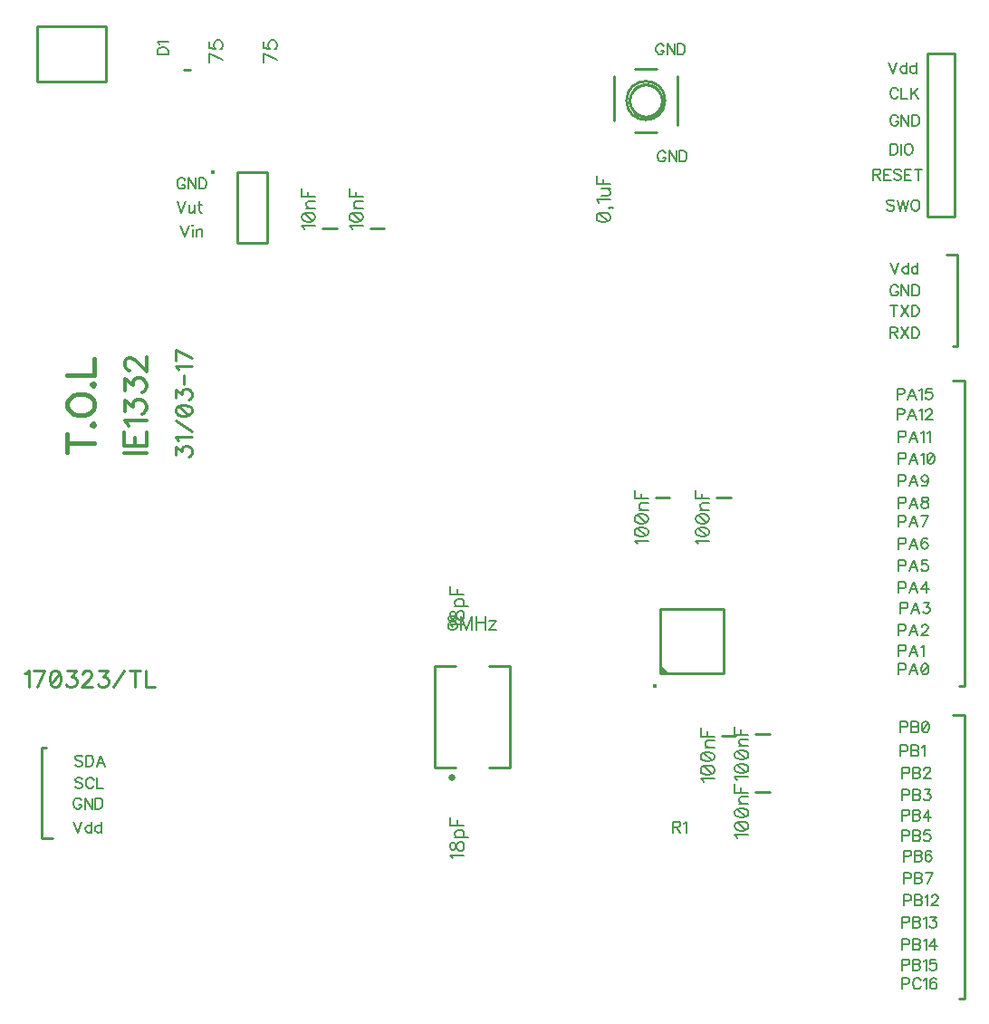
<source format=gto>
G04 DipTrace 3.0.0.2*
G04 Grupp7layout.GTO*
%MOMM*%
G04 #@! TF.FileFunction,Legend,Top*
G04 #@! TF.Part,Single*
%ADD10C,0.25*%
%ADD25O,0.399X0.401*%
%ADD28O,0.39193X0.39124*%
%ADD31O,0.63494X0.6342*%
%ADD65C,0.19608*%
%ADD66C,0.23529*%
%ADD67C,0.39216*%
%ADD68C,0.31373*%
%ADD69C,0.15686*%
%FSLAX35Y35*%
G04*
G71*
G90*
G75*
G01*
G04 TopSilk*
%LPD*%
X6983550Y5121553D2*
D10*
X7113450D1*
X3430450Y7642447D2*
X3300550D1*
X3874950D2*
X3745050D1*
X7031177Y2899053D2*
X7161077D1*
X7348673Y2914927D2*
X7478573D1*
X6412050Y5121553D2*
X6541950D1*
X7347897Y2374940D2*
X7477797D1*
X2002000Y9122500D2*
X2062000D1*
X9207505Y9270930D2*
X8953502D1*
Y7747070D1*
X9207505D1*
Y9270930D1*
X1272500Y9011000D2*
X632500D1*
Y9531000D1*
X1272500D1*
Y9011000D1*
X9299000Y3367500D2*
Y6217500D1*
X9193997D1*
X9299000Y3367500D2*
X9253992D1*
X9299000Y446500D2*
Y3096500D1*
X9193997D1*
X9299000Y446500D2*
X9253992D1*
X9235500Y6542500D2*
Y7392500D1*
X9130497D1*
X9235500Y6542500D2*
X9190492D1*
X670500Y2792000D2*
Y1942000D1*
X775503D1*
X670500Y2792000D2*
X715508D1*
X6141014Y8834000D2*
G02X6141014Y8834000I179986J0D01*
G01*
X6621018Y8603990D2*
Y9064010D1*
X6421068Y9134038D2*
X6220994D1*
X6020982Y9064010D2*
Y8644006D1*
X6220994Y8533962D2*
X6421068D1*
X6171022Y8834000D2*
X6171387Y8844462D1*
X6172482Y8854873D1*
X6174300Y8865182D1*
X6176833Y8875340D1*
X6180069Y8885295D1*
X6183991Y8895002D1*
X6188581Y8904410D1*
X6193816Y8913476D1*
X6199671Y8922155D1*
X6206117Y8930404D1*
X6213124Y8938183D1*
X6220655Y8945455D1*
X6228676Y8952184D1*
X6237147Y8958337D1*
X6246027Y8963885D1*
X6255271Y8968799D1*
X6264837Y8973057D1*
X6274676Y8976638D1*
X6284741Y8979523D1*
X6294982Y8981699D1*
X6305351Y8983156D1*
X6315796Y8983887D1*
X6326266D1*
X6336711Y8983156D1*
X6347080Y8981699D1*
X6357321Y8979523D1*
X6367386Y8976638D1*
X6377225Y8973057D1*
X6386791Y8968799D1*
X6396036Y8963885D1*
X6404915Y8958337D1*
X6413386Y8952184D1*
X6421407Y8945455D1*
X6428938Y8938183D1*
X6435945Y8930404D1*
X6442391Y8922155D1*
X6448246Y8913476D1*
X6453481Y8904410D1*
X6458071Y8895002D1*
X6461993Y8885295D1*
X6465229Y8875340D1*
X6467762Y8865182D1*
X6469580Y8854873D1*
X6470675Y8844462D1*
X6471040Y8834000D1*
X6470675Y8823538D1*
X6469580Y8813127D1*
X6467762Y8802818D1*
X6465229Y8792660D1*
X6461993Y8782705D1*
X6458071Y8772998D1*
X6453481Y8763590D1*
X6448246Y8754524D1*
X6442391Y8745845D1*
X6435945Y8737596D1*
X6428938Y8729817D1*
X6421407Y8722545D1*
X6413386Y8715816D1*
X6404915Y8709663D1*
X6396036Y8704115D1*
X6386791Y8699201D1*
X6377225Y8694943D1*
X6367386Y8691362D1*
X6357321Y8688477D1*
X6347080Y8686301D1*
X6336711Y8684844D1*
X6326266Y8684113D1*
X6315796D1*
X6305351Y8684844D1*
X6294982Y8686301D1*
X6284741Y8688477D1*
X6274676Y8691362D1*
X6264837Y8694943D1*
X6255271Y8699201D1*
X6246027Y8704115D1*
X6237147Y8709663D1*
X6228676Y8715816D1*
X6220655Y8722545D1*
X6213124Y8729817D1*
X6206117Y8737596D1*
X6199671Y8745845D1*
X6193816Y8754524D1*
X6188581Y8763590D1*
X6183991Y8772998D1*
X6180069Y8782705D1*
X6176833Y8792660D1*
X6174300Y8802818D1*
X6172482Y8813127D1*
X6171387Y8823538D1*
X6171022Y8834000D1*
X6452000Y3485400D2*
X7052000D1*
Y4085600D1*
X6452000D1*
Y3485400D1*
G36*
D2*
X6532000D1*
X6452000Y3565500D1*
Y3485400D1*
G37*
D25*
X6406950Y3365450D3*
D28*
X2272806Y8161856D3*
X2499501Y8164496D2*
D10*
Y7504528D1*
X2779499Y8164496D2*
Y7504528D1*
X2499501D2*
X2779499D1*
X2499501Y8164496D2*
X2779499D1*
X4540231Y3553546D2*
X4349750D1*
Y2601038D1*
X4540231D1*
X4857769D2*
X5048250D1*
Y3553546D1*
X4857769D1*
D31*
X4508484Y2505757D3*
X6811940Y4689861D2*
D65*
X6805763Y4702074D1*
X6787654Y4720324D1*
X6915123D1*
X6787654Y4796040D2*
X6793690Y4777790D1*
X6811940Y4765577D1*
X6842264Y4759540D1*
X6860514D1*
X6890837Y4765577D1*
X6909087Y4777790D1*
X6915123Y4796040D1*
Y4808113D1*
X6909087Y4826363D1*
X6890837Y4838436D1*
X6860514Y4844613D1*
X6842264D1*
X6811940Y4838436D1*
X6793690Y4826363D1*
X6787654Y4808113D1*
Y4796040D1*
X6811940Y4838436D2*
X6890837Y4765577D1*
X6787654Y4920329D2*
X6793690Y4902079D1*
X6811940Y4889865D1*
X6842264Y4883829D1*
X6860514D1*
X6890837Y4889865D1*
X6909087Y4902079D1*
X6915123Y4920329D1*
Y4932402D1*
X6909087Y4950652D1*
X6890837Y4962725D1*
X6860513Y4968902D1*
X6842264D1*
X6811940Y4962725D1*
X6793690Y4950652D1*
X6787654Y4932402D1*
Y4920329D1*
X6811940Y4962725D2*
X6890837Y4889865D1*
X6830050Y5008117D2*
X6915123D1*
X6854337D2*
X6836087Y5026367D1*
X6830050Y5038581D1*
Y5056690D1*
X6836087Y5068904D1*
X6854337Y5074940D1*
X6915123D1*
X6787513Y5193193D2*
X6787514Y5114156D1*
X6915123D1*
X6848300D2*
Y5162729D1*
X3128940Y7632952D2*
X3122763Y7645166D1*
X3104654Y7663416D1*
X3232123Y7663415D1*
X3104654Y7739131D2*
X3110690Y7720881D1*
X3128940Y7708668D1*
X3159264Y7702631D1*
X3177514D1*
X3207837Y7708668D1*
X3226087Y7720881D1*
X3232123Y7739131D1*
Y7751204D1*
X3226087Y7769454D1*
X3207837Y7781527D1*
X3177514Y7787704D1*
X3159264D1*
X3128940Y7781527D1*
X3110690Y7769454D1*
X3104654Y7751204D1*
Y7739131D1*
X3128940Y7781527D2*
X3207837Y7708668D1*
X3147050Y7826920D2*
X3232123D1*
X3171337D2*
X3153087Y7845170D1*
X3147050Y7857383D1*
Y7875493D1*
X3153087Y7887706D1*
X3171337Y7893743D1*
X3232123D1*
X3104514Y8011995D2*
Y7932958D1*
X3232123D1*
X3165300D2*
Y7981532D1*
X4519190Y1754460D2*
X4513013Y1766674D1*
X4494904Y1784924D1*
X4622373D1*
X4494904Y1854463D2*
X4500940Y1836353D1*
X4513014Y1830176D1*
X4525227D1*
X4537300Y1836353D1*
X4543477Y1848426D1*
X4549514Y1872713D1*
X4555550Y1890962D1*
X4567764Y1903036D1*
X4579837Y1909072D1*
X4598087D1*
X4610160Y1903035D1*
X4616337Y1896999D1*
X4622373Y1878749D1*
Y1854462D1*
X4616337Y1836353D1*
X4610160Y1830176D1*
X4598087Y1824139D1*
X4579837D1*
X4567764Y1830176D1*
X4555550Y1842389D1*
X4549514Y1860499D1*
X4543477Y1884786D1*
X4537300Y1896999D1*
X4525227Y1903036D1*
X4513014D1*
X4500940Y1896999D1*
X4494904Y1878749D1*
Y1854463D1*
X4537300Y1948288D2*
X4664910D1*
X4555550D2*
X4543477Y1960501D1*
X4537300Y1972574D1*
Y1990824D1*
X4543477Y2003038D1*
X4555550Y2015111D1*
X4573800Y2021288D1*
X4586013D1*
X4604123Y2015111D1*
X4616337Y2003038D1*
X4622373Y1990824D1*
Y1972574D1*
X4616337Y1960501D1*
X4604123Y1948288D1*
X4494764Y2139540D2*
Y2060503D1*
X4622373D1*
X4555550D2*
Y2109076D1*
X4519190Y3913460D2*
X4513013Y3925674D1*
X4494904Y3943924D1*
X4622373D1*
X4494904Y4013463D2*
X4500940Y3995353D1*
X4513014Y3989176D1*
X4525227D1*
X4537300Y3995353D1*
X4543477Y4007426D1*
X4549514Y4031713D1*
X4555550Y4049962D1*
X4567764Y4062036D1*
X4579837Y4068072D1*
X4598087D1*
X4610160Y4062035D1*
X4616337Y4055999D1*
X4622373Y4037749D1*
Y4013462D1*
X4616337Y3995353D1*
X4610160Y3989176D1*
X4598087Y3983139D1*
X4579837D1*
X4567764Y3989176D1*
X4555550Y4001389D1*
X4549514Y4019499D1*
X4543477Y4043786D1*
X4537300Y4055999D1*
X4525227Y4062036D1*
X4513014D1*
X4500940Y4055999D1*
X4494904Y4037749D1*
Y4013463D1*
X4537300Y4107288D2*
X4664910D1*
X4555550D2*
X4543477Y4119501D1*
X4537300Y4131574D1*
Y4149824D1*
X4543477Y4162038D1*
X4555550Y4174111D1*
X4573800Y4180288D1*
X4586013D1*
X4604123Y4174111D1*
X4616337Y4162038D1*
X4622373Y4149824D1*
Y4131574D1*
X4616337Y4119501D1*
X4604123Y4107288D1*
X4494764Y4298540D2*
Y4219503D1*
X4622373D1*
X4555550D2*
Y4268076D1*
X3573440Y7632952D2*
X3567263Y7645166D1*
X3549154Y7663416D1*
X3676623Y7663415D1*
X3549154Y7739131D2*
X3555190Y7720881D1*
X3573440Y7708668D1*
X3603764Y7702631D1*
X3622014D1*
X3652337Y7708668D1*
X3670587Y7720881D1*
X3676623Y7739131D1*
Y7751204D1*
X3670587Y7769454D1*
X3652337Y7781527D1*
X3622014Y7787704D1*
X3603764D1*
X3573440Y7781527D1*
X3555190Y7769454D1*
X3549154Y7751204D1*
Y7739131D1*
X3573440Y7781527D2*
X3652337Y7708668D1*
X3591550Y7826920D2*
X3676623D1*
X3615837D2*
X3597587Y7845170D1*
X3591550Y7857383D1*
Y7875493D1*
X3597587Y7887706D1*
X3615837Y7893743D1*
X3676623D1*
X3549014Y8011995D2*
Y7932958D1*
X3676623D1*
X3609800D2*
Y7981532D1*
X5860154Y7737264D2*
X5866190Y7719014D1*
X5884440Y7706801D1*
X5914763Y7700764D1*
X5933013D1*
X5963336Y7706801D1*
X5981587Y7719014D1*
X5987623Y7737264D1*
Y7749337D1*
X5981587Y7767587D1*
X5963337Y7779660D1*
X5933014Y7785837D1*
X5914764D1*
X5884440Y7779660D1*
X5866190Y7767587D1*
X5860154Y7749337D1*
Y7737264D1*
X5884440Y7779660D2*
X5963336Y7706801D1*
X5981587Y7837266D2*
X5987623Y7831089D1*
X5981587Y7825053D1*
X5975410Y7831089D1*
X5981587Y7837266D1*
X5993660D1*
X6005873Y7831089D1*
X6011910Y7825053D1*
X5884440Y7876482D2*
X5878264Y7888695D1*
X5860154Y7906945D1*
X5987623D1*
X5902550Y7946161D2*
X5963337D1*
X5981446Y7952197D1*
X5987623Y7964411D1*
Y7982661D1*
X5981446Y7994734D1*
X5963337Y8012984D1*
X5902550D2*
X5987623D1*
X5860014Y8131236D2*
Y8052200D1*
X5987623D1*
X5920800D2*
Y8100773D1*
X6859567Y2467361D2*
X6853390Y2479574D1*
X6835280Y2497824D1*
X6962750D1*
X6835281Y2573540D2*
X6841317Y2555290D1*
X6859567Y2543077D1*
X6889890Y2537040D1*
X6908140D1*
X6938463Y2543077D1*
X6956713Y2555290D1*
X6962750Y2573540D1*
Y2585613D1*
X6956713Y2603863D1*
X6938463Y2615936D1*
X6908140Y2622113D1*
X6889890D1*
X6859567Y2615936D1*
X6841317Y2603863D1*
X6835281Y2585613D1*
Y2573540D1*
X6859567Y2615936D2*
X6938463Y2543077D1*
X6835281Y2697829D2*
X6841317Y2679579D1*
X6859567Y2667365D1*
X6889890Y2661329D1*
X6908140D1*
X6938463Y2667365D1*
X6956713Y2679579D1*
X6962750Y2697829D1*
Y2709902D1*
X6956713Y2728152D1*
X6938463Y2740225D1*
X6908140Y2746402D1*
X6889890D1*
X6859567Y2740225D1*
X6841317Y2728152D1*
X6835281Y2709902D1*
Y2697829D1*
X6859567Y2740225D2*
X6938463Y2667365D1*
X6877677Y2785617D2*
X6962750D1*
X6901963D2*
X6883713Y2803867D1*
X6877677Y2816081D1*
Y2834190D1*
X6883713Y2846404D1*
X6901963Y2852440D1*
X6962750D1*
X6835140Y2970693D2*
Y2891656D1*
X6962750D1*
X6895927D2*
Y2940229D1*
X7177064Y2483234D2*
X7170887Y2495448D1*
X7152777Y2513698D1*
X7280246D1*
X7152777Y2589413D2*
X7158814Y2571163D1*
X7177064Y2558950D1*
X7207387Y2552913D1*
X7225637D1*
X7255960Y2558950D1*
X7274210Y2571163D1*
X7280246Y2589413D1*
Y2601486D1*
X7274210Y2619736D1*
X7255960Y2631809D1*
X7225637Y2637986D1*
X7207387D1*
X7177064Y2631809D1*
X7158814Y2619736D1*
X7152777Y2601486D1*
Y2589413D1*
X7177064Y2631809D2*
X7255960Y2558950D1*
X7152777Y2713702D2*
X7158814Y2695452D1*
X7177064Y2683239D1*
X7207387Y2677202D1*
X7225637D1*
X7255960Y2683239D1*
X7274210Y2695452D1*
X7280246Y2713702D1*
Y2725775D1*
X7274210Y2744025D1*
X7255960Y2756098D1*
X7225637Y2762275D1*
X7207387D1*
X7177064Y2756098D1*
X7158814Y2744025D1*
X7152777Y2725775D1*
Y2713702D1*
X7177064Y2756098D2*
X7255960Y2683239D1*
X7195173Y2801491D2*
X7280246D1*
X7219460D2*
X7201210Y2819741D1*
X7195173Y2831954D1*
Y2850064D1*
X7201210Y2862277D1*
X7219460Y2868314D1*
X7280246D1*
X7152637Y2986566D2*
Y2907529D1*
X7280246D1*
X7213423D2*
Y2956103D1*
X6240440Y4689861D2*
X6234263Y4702074D1*
X6216154Y4720324D1*
X6343623D1*
X6216154Y4796040D2*
X6222190Y4777790D1*
X6240440Y4765577D1*
X6270764Y4759540D1*
X6289014D1*
X6319337Y4765577D1*
X6337587Y4777790D1*
X6343623Y4796040D1*
Y4808113D1*
X6337587Y4826363D1*
X6319337Y4838436D1*
X6289014Y4844613D1*
X6270764D1*
X6240440Y4838436D1*
X6222190Y4826363D1*
X6216154Y4808113D1*
Y4796040D1*
X6240440Y4838436D2*
X6319337Y4765577D1*
X6216154Y4920329D2*
X6222190Y4902079D1*
X6240440Y4889865D1*
X6270764Y4883829D1*
X6289014D1*
X6319337Y4889865D1*
X6337587Y4902079D1*
X6343623Y4920329D1*
Y4932402D1*
X6337587Y4950652D1*
X6319337Y4962725D1*
X6289013Y4968902D1*
X6270764D1*
X6240440Y4962725D1*
X6222190Y4950652D1*
X6216154Y4932402D1*
Y4920329D1*
X6240440Y4962725D2*
X6319337Y4889865D1*
X6258550Y5008117D2*
X6343623D1*
X6282837D2*
X6264587Y5026367D1*
X6258550Y5038581D1*
Y5056690D1*
X6264587Y5068904D1*
X6282837Y5074940D1*
X6343623D1*
X6216013Y5193193D2*
X6216014Y5114156D1*
X6343623D1*
X6276800D2*
Y5162729D1*
X7176287Y1943248D2*
X7170110Y1955461D1*
X7152000Y1973711D1*
X7279470D1*
X7152001Y2049427D2*
X7158037Y2031177D1*
X7176287Y2018963D1*
X7206610Y2012927D1*
X7224860D1*
X7255183Y2018963D1*
X7273433Y2031177D1*
X7279470Y2049427D1*
Y2061500D1*
X7273433Y2079750D1*
X7255183Y2091823D1*
X7224860Y2098000D1*
X7206610D1*
X7176287Y2091823D1*
X7158037Y2079750D1*
X7152001Y2061500D1*
Y2049427D1*
X7176287Y2091823D2*
X7255183Y2018963D1*
X7152001Y2173715D2*
X7158037Y2155465D1*
X7176287Y2143252D1*
X7206610Y2137215D1*
X7224860D1*
X7255183Y2143252D1*
X7273433Y2155465D1*
X7279470Y2173715D1*
Y2185788D1*
X7273433Y2204038D1*
X7255183Y2216111D1*
X7224860Y2222288D1*
X7206610D1*
X7176287Y2216111D1*
X7158037Y2204038D1*
X7152001Y2185788D1*
Y2173715D1*
X7176287Y2216111D2*
X7255183Y2143252D1*
X7194397Y2261504D2*
X7279470D1*
X7218683D2*
X7200433Y2279754D1*
X7194397Y2291968D1*
Y2310077D1*
X7200433Y2322291D1*
X7218683Y2328327D1*
X7279470D1*
X7151860Y2446579D2*
Y2367543D1*
X7279470D1*
X7212647D2*
Y2416116D1*
X2876123Y9212106D2*
X2748654Y9272892D1*
Y9187819D1*
Y9384968D2*
Y9324322D1*
X2803264Y9318285D1*
X2797227Y9324321D1*
X2791050Y9342571D1*
Y9360681D1*
X2797227Y9378931D1*
X2809300Y9391144D1*
X2827550Y9397181D1*
X2839623D1*
X2857873Y9391144D1*
X2870087Y9378931D1*
X2876123Y9360681D1*
Y9342571D1*
X2870087Y9324321D1*
X2863910Y9318285D1*
X2851837Y9312108D1*
X2368123Y9212106D2*
X2240654Y9272892D1*
Y9187819D1*
Y9384968D2*
Y9324322D1*
X2295264Y9318285D1*
X2289227Y9324321D1*
X2283050Y9342571D1*
Y9360681D1*
X2289227Y9378931D1*
X2301300Y9391144D1*
X2319550Y9397181D1*
X2331623D1*
X2349873Y9391144D1*
X2362087Y9378931D1*
X2368123Y9360681D1*
Y9342571D1*
X2362087Y9324321D1*
X2355910Y9318285D1*
X2343837Y9312108D1*
X4503512Y4019346D2*
X4485402Y4013310D1*
X4479226Y4001237D1*
Y3989023D1*
X4485402Y3976950D1*
X4497476Y3970773D1*
X4521762Y3964737D1*
X4540012Y3958700D1*
X4552085Y3946487D1*
X4558122Y3934414D1*
Y3916164D1*
X4552085Y3904090D1*
X4546049Y3897914D1*
X4527799Y3891877D1*
X4503512D1*
X4485402Y3897914D1*
X4479226Y3904090D1*
X4473189Y3916164D1*
Y3934414D1*
X4479226Y3946487D1*
X4491439Y3958700D1*
X4509549Y3964737D1*
X4533835Y3970773D1*
X4546049Y3976950D1*
X4552085Y3989023D1*
Y4001237D1*
X4546049Y4013310D1*
X4527799Y4019346D1*
X4503512D1*
X4694484Y3891877D2*
Y4019487D1*
X4645910Y3891877D1*
X4597337Y4019487D1*
Y3891877D1*
X4733699Y4019487D2*
Y3891877D1*
X4818772Y4019487D2*
Y3891877D1*
X4733699Y3958700D2*
X4818772D1*
X4857988Y3976950D2*
X4924811D1*
X4857988Y3891877D1*
X4924811D1*
X516005Y3478758D2*
D66*
X530661Y3486170D1*
X552561Y3507901D1*
Y3354938D1*
X628764D2*
X701707Y3507901D1*
X599620D1*
X792566D2*
X770666Y3500658D1*
X756010Y3478758D1*
X748766Y3442370D1*
Y3420470D1*
X756010Y3384082D1*
X770666Y3362182D1*
X792566Y3354938D1*
X807054D1*
X828954Y3362182D1*
X843442Y3384082D1*
X850854Y3420470D1*
Y3442370D1*
X843442Y3478758D1*
X828954Y3500658D1*
X807054Y3507901D1*
X792566D1*
X843442Y3478758D2*
X756010Y3384082D1*
X912569Y3507901D2*
X992588D1*
X948957Y3449614D1*
X970857D1*
X985344Y3442370D1*
X992588Y3435126D1*
X1000000Y3413226D1*
Y3398738D1*
X992588Y3376838D1*
X978100Y3362182D1*
X956200Y3354938D1*
X934300D1*
X912569Y3362182D1*
X905325Y3369595D1*
X897913Y3384082D1*
X1054472Y3471514D2*
Y3478758D1*
X1061715Y3493414D1*
X1068959Y3500658D1*
X1083615Y3507901D1*
X1112759D1*
X1127247Y3500658D1*
X1134491Y3493414D1*
X1141903Y3478758D1*
Y3464270D1*
X1134491Y3449614D1*
X1120003Y3427882D1*
X1047059Y3354938D1*
X1149147D1*
X1210862Y3507901D2*
X1290881D1*
X1247250Y3449614D1*
X1269150D1*
X1283637Y3442370D1*
X1290881Y3435126D1*
X1298293Y3413226D1*
Y3398738D1*
X1290881Y3376838D1*
X1276393Y3362182D1*
X1254493Y3354938D1*
X1232593D1*
X1210862Y3362182D1*
X1203618Y3369595D1*
X1196206Y3384082D1*
X1345352Y3354938D2*
X1447440Y3507901D1*
X1545543Y3508070D2*
Y3354938D1*
X1494499Y3508070D2*
X1596586D1*
X1643645D2*
Y3354938D1*
X1731077D1*
X912517Y5629851D2*
D67*
X1167736D1*
X912517Y5544778D2*
Y5714924D1*
X1143309Y5805429D2*
X1155663Y5793355D1*
X1167736Y5805428D1*
X1155663Y5817782D1*
X1143309Y5805429D1*
X912517Y5969214D2*
X924590Y5944787D1*
X949017Y5920641D1*
X973163Y5908287D1*
X1009663Y5896214D1*
X1070590D1*
X1106809Y5908287D1*
X1131236Y5920641D1*
X1155382Y5944787D1*
X1167736Y5969214D1*
Y6017787D1*
X1155382Y6041933D1*
X1131236Y6066360D1*
X1106809Y6078433D1*
X1070590Y6090506D1*
X1009663D1*
X973163Y6078433D1*
X949017Y6066360D1*
X924590Y6041933D1*
X912517Y6017787D1*
Y5969214D1*
X1143309Y6181010D2*
X1155663Y6168937D1*
X1167736Y6181010D1*
X1155663Y6193364D1*
X1143309Y6181010D1*
X912517Y6271796D2*
X1167736D1*
Y6417515D1*
X1448157Y5543553D2*
D68*
X1652332D1*
X1448157Y5732532D2*
Y5606298D1*
X1652332D1*
Y5732532D1*
X1545415Y5606298D2*
Y5684015D1*
X1487240Y5795277D2*
X1477357Y5814819D1*
X1448382Y5844019D1*
X1652332D1*
X1448382Y5926305D2*
Y6032998D1*
X1526098Y5974822D1*
Y6004022D1*
X1535757Y6023339D1*
X1545415Y6032998D1*
X1574615Y6042881D1*
X1593932D1*
X1623132Y6032997D1*
X1642674Y6013681D1*
X1652332Y5984481D1*
Y5955281D1*
X1642674Y5926305D1*
X1632791Y5916647D1*
X1613474Y5906764D1*
X1448382Y6125167D2*
Y6231860D1*
X1526098Y6173684D1*
Y6202884D1*
X1535757Y6222201D1*
X1545415Y6231860D1*
X1574615Y6241743D1*
X1593932D1*
X1623132Y6231859D1*
X1642674Y6212543D1*
X1652332Y6183343D1*
Y6154143D1*
X1642674Y6125167D1*
X1632791Y6115509D1*
X1613474Y6105626D1*
X1496898Y6314371D2*
X1487240D1*
X1467698Y6324029D1*
X1458040Y6333688D1*
X1448382Y6353229D1*
Y6392088D1*
X1458040Y6411405D1*
X1467698Y6421063D1*
X1487240Y6430946D1*
X1506557D1*
X1526098Y6421063D1*
X1555074Y6401746D1*
X1652332Y6304488D1*
Y6440605D1*
X1923659Y5522051D2*
D66*
Y5602070D1*
X1981946Y5558439D1*
Y5580339D1*
X1989190Y5594826D1*
X1996434Y5602070D1*
X2018334Y5609483D1*
X2032822D1*
X2054722Y5602070D1*
X2069378Y5587583D1*
X2076622Y5565683D1*
Y5543783D1*
X2069378Y5522051D1*
X2061966Y5514807D1*
X2047478Y5507395D1*
X1952803Y5656541D2*
X1945390Y5671198D1*
X1923659Y5693098D1*
X2076622Y5693097D1*
Y5740156D2*
X1923659Y5842244D1*
Y5933103D2*
X1930903Y5911203D1*
X1952803Y5896547D1*
X1989190Y5889303D1*
X2011090D1*
X2047478Y5896547D1*
X2069378Y5911203D1*
X2076622Y5933103D1*
Y5947590D1*
X2069378Y5969490D1*
X2047478Y5983978D1*
X2011090Y5991390D1*
X1989190D1*
X1952803Y5983978D1*
X1930903Y5969490D1*
X1923659Y5947590D1*
Y5933103D1*
X1952803Y5983978D2*
X2047478Y5896547D1*
X1923659Y6053105D2*
Y6133125D1*
X1981946Y6089493D1*
Y6111393D1*
X1989190Y6125881D1*
X1996434Y6133125D1*
X2018334Y6140537D1*
X2032822D1*
X2054722Y6133125D1*
X2069378Y6118637D1*
X2076622Y6096737D1*
Y6074837D1*
X2069378Y6053105D1*
X2061966Y6045862D1*
X2047478Y6038449D1*
X2000140Y6187596D2*
Y6271827D1*
X1952802Y6318885D2*
X1945390Y6333542D1*
X1923659Y6355442D1*
X2076622Y6355441D1*
Y6431644D2*
X1923659Y6504588D1*
Y6402500D1*
X1056315Y2700760D2*
D69*
X1046656Y2710531D1*
X1032056Y2715360D1*
X1012627D1*
X998027Y2710531D1*
X988256Y2700760D1*
Y2691101D1*
X993198Y2681331D1*
X998027Y2676501D1*
X1007686Y2671672D1*
X1036886Y2661901D1*
X1046656Y2657072D1*
X1051486Y2652131D1*
X1056315Y2642472D1*
Y2627872D1*
X1046656Y2618214D1*
X1032056Y2613272D1*
X1012627D1*
X998027Y2618214D1*
X988256Y2627872D1*
X1087687Y2715360D2*
Y2613272D1*
X1121717D1*
X1136317Y2618214D1*
X1146087Y2627872D1*
X1150917Y2637643D1*
X1155746Y2652131D1*
Y2676501D1*
X1150917Y2691101D1*
X1146087Y2700760D1*
X1136317Y2710531D1*
X1121717Y2715360D1*
X1087687D1*
X1264948Y2613272D2*
X1225977Y2715360D1*
X1187118Y2613272D1*
X1201718Y2647301D2*
X1250348D1*
X1056315Y2494407D2*
X1046656Y2504177D1*
X1032056Y2509007D1*
X1012627D1*
X998027Y2504177D1*
X988256Y2494407D1*
Y2484748D1*
X993198Y2474977D1*
X998027Y2470148D1*
X1007686Y2465319D1*
X1036886Y2455548D1*
X1046656Y2450719D1*
X1051486Y2445777D1*
X1056315Y2436119D1*
Y2421519D1*
X1046656Y2411860D1*
X1032056Y2406919D1*
X1012627D1*
X998027Y2411860D1*
X988256Y2421519D1*
X1160575Y2484748D2*
X1155746Y2494407D1*
X1145975Y2504177D1*
X1136317Y2509007D1*
X1116887D1*
X1107117Y2504177D1*
X1097458Y2494407D1*
X1092517Y2484748D1*
X1087687Y2470148D1*
Y2445777D1*
X1092517Y2431290D1*
X1097458Y2421519D1*
X1107117Y2411860D1*
X1116887Y2406919D1*
X1136317D1*
X1145975Y2411860D1*
X1155746Y2421519D1*
X1160575Y2431290D1*
X1191948Y2509007D2*
Y2406919D1*
X1250235D1*
X1045271Y2294268D2*
X1040442Y2303927D1*
X1030671Y2313697D1*
X1021012Y2318527D1*
X1001583D1*
X991812Y2313697D1*
X982154Y2303927D1*
X977212Y2294268D1*
X972383Y2279668D1*
Y2255297D1*
X977212Y2240810D1*
X982154Y2231039D1*
X991812Y2221380D1*
X1001583Y2216439D1*
X1021012D1*
X1030671Y2221380D1*
X1040442Y2231039D1*
X1045271Y2240810D1*
Y2255297D1*
X1021012D1*
X1144702Y2318527D2*
Y2216439D1*
X1076643Y2318527D1*
Y2216439D1*
X1176074Y2318527D2*
Y2216439D1*
X1210104D1*
X1224704Y2221380D1*
X1234474Y2231039D1*
X1239304Y2240810D1*
X1244133Y2255297D1*
Y2279668D1*
X1239304Y2294268D1*
X1234474Y2303927D1*
X1224704Y2313697D1*
X1210104Y2318527D1*
X1176074D1*
X972383Y2096300D2*
X1011242Y1994212D1*
X1050100Y2096300D1*
X1139760D2*
Y1994212D1*
Y2047671D2*
X1130102Y2057441D1*
X1120331Y2062271D1*
X1105731D1*
X1096073Y2057441D1*
X1086302Y2047671D1*
X1081473Y2033071D1*
Y2023412D1*
X1086302Y2008812D1*
X1096073Y1999154D1*
X1105731Y1994212D1*
X1120331D1*
X1130102Y1999154D1*
X1139760Y2008812D1*
X1229421Y2096300D2*
Y1994212D1*
Y2047671D2*
X1219762Y2057441D1*
X1209991Y2062271D1*
X1195391D1*
X1185733Y2057441D1*
X1175962Y2047671D1*
X1171133Y2033071D1*
Y2023412D1*
X1175962Y2008812D1*
X1185733Y1999154D1*
X1195391Y1994212D1*
X1209991D1*
X1219762Y1999154D1*
X1229421Y2008812D1*
X6575670Y2047671D2*
X6619357D1*
X6633957Y2052612D1*
X6638899Y2057441D1*
X6643728Y2067100D1*
Y2076871D1*
X6638899Y2086529D1*
X6633957Y2091471D1*
X6619357Y2096300D1*
X6575670D1*
Y1994212D1*
X6609699Y2047671D2*
X6643728Y1994212D1*
X6675101Y2076758D2*
X6684872Y2081700D1*
X6699472Y2096188D1*
Y1994212D1*
X1754913Y9263093D2*
X1857001D1*
Y9297123D1*
X1852060Y9311723D1*
X1842401Y9321493D1*
X1832630Y9326323D1*
X1818143Y9331152D1*
X1793772D1*
X1779172Y9326323D1*
X1769514Y9321493D1*
X1759743Y9311723D1*
X1754913Y9297123D1*
Y9263093D1*
X1774455Y9362524D2*
X1769514Y9372295D1*
X1755026Y9386895D1*
X1857001D1*
X6489824Y9342028D2*
X6484995Y9351687D1*
X6475224Y9361457D1*
X6465566Y9366287D1*
X6446136D1*
X6436366Y9361457D1*
X6426707Y9351687D1*
X6421766Y9342028D1*
X6416936Y9327428D1*
Y9303057D1*
X6421766Y9288570D1*
X6426707Y9278799D1*
X6436366Y9269140D1*
X6446136Y9264199D1*
X6465566D1*
X6475224Y9269140D1*
X6484995Y9278799D1*
X6489824Y9288570D1*
Y9303057D1*
X6465566D1*
X6589255Y9366287D2*
Y9264199D1*
X6521197Y9366287D1*
Y9264199D1*
X6620628Y9366287D2*
Y9264199D1*
X6654657D1*
X6669257Y9269140D1*
X6679028Y9278799D1*
X6683857Y9288570D1*
X6688686Y9303057D1*
Y9327428D1*
X6683857Y9342028D1*
X6679028Y9351687D1*
X6669257Y9361457D1*
X6654657Y9366287D1*
X6620628D1*
X6505697Y8342008D2*
X6500868Y8351667D1*
X6491097Y8361437D1*
X6481439Y8366267D1*
X6462010D1*
X6452239Y8361437D1*
X6442581Y8351667D1*
X6437639Y8342008D1*
X6432810Y8327408D1*
Y8303037D1*
X6437639Y8288550D1*
X6442581Y8278779D1*
X6452239Y8269120D1*
X6462010Y8264179D1*
X6481439D1*
X6491097Y8269120D1*
X6500868Y8278779D1*
X6505697Y8288550D1*
Y8303037D1*
X6481439D1*
X6605129Y8366267D2*
Y8264179D1*
X6537070Y8366267D1*
Y8264179D1*
X6636501Y8366267D2*
Y8264179D1*
X6670530D1*
X6685130Y8269120D1*
X6694901Y8278779D1*
X6699730Y8288550D1*
X6704560Y8303037D1*
Y8327408D1*
X6699730Y8342008D1*
X6694901Y8351667D1*
X6685130Y8361437D1*
X6670530Y8366267D1*
X6636501D1*
X8591583Y9191680D2*
X8630442Y9089592D1*
X8669300Y9191680D1*
X8758960D2*
Y9089592D1*
Y9143051D2*
X8749302Y9152821D1*
X8739531Y9157651D1*
X8724931D1*
X8715273Y9152821D1*
X8705502Y9143051D1*
X8700673Y9128451D1*
Y9118792D1*
X8705502Y9104192D1*
X8715273Y9094534D1*
X8724931Y9089592D1*
X8739531D1*
X8749302Y9094534D1*
X8758960Y9104192D1*
X8848621Y9191680D2*
Y9089592D1*
Y9143051D2*
X8838962Y9152821D1*
X8829191Y9157651D1*
X8814591D1*
X8804933Y9152821D1*
X8795162Y9143051D1*
X8790333Y9128451D1*
Y9118792D1*
X8795162Y9104192D1*
X8804933Y9094534D1*
X8814591Y9089592D1*
X8829191D1*
X8838962Y9094534D1*
X8848621Y9104192D1*
X8680344Y8929321D2*
X8675515Y8938980D1*
X8665744Y8948751D1*
X8656086Y8953580D1*
X8636656D1*
X8626886Y8948751D1*
X8617227Y8938980D1*
X8612286Y8929321D1*
X8607456Y8914721D1*
Y8890351D1*
X8612286Y8875863D1*
X8617227Y8866092D1*
X8626886Y8856434D1*
X8636656Y8851492D1*
X8656086D1*
X8665744Y8856434D1*
X8675515Y8866092D1*
X8680344Y8875863D1*
X8711717Y8953580D2*
Y8851492D1*
X8770004D1*
X8801377Y8953580D2*
Y8851492D1*
X8869435Y8953580D2*
X8801377Y8885521D1*
X8825635Y8909892D2*
X8869435Y8851492D1*
X8680344Y8675348D2*
X8675515Y8685007D1*
X8665744Y8694777D1*
X8656086Y8699607D1*
X8636656D1*
X8626886Y8694777D1*
X8617227Y8685007D1*
X8612286Y8675348D1*
X8607456Y8660748D1*
Y8636377D1*
X8612286Y8621890D1*
X8617227Y8612119D1*
X8626886Y8602460D1*
X8636656Y8597519D1*
X8656086D1*
X8665744Y8602460D1*
X8675515Y8612119D1*
X8680344Y8621890D1*
Y8636377D1*
X8656086D1*
X8779775Y8699607D2*
Y8597519D1*
X8711717Y8699607D1*
Y8597519D1*
X8811148Y8699607D2*
Y8597519D1*
X8845177D1*
X8859777Y8602460D1*
X8869548Y8612119D1*
X8874377Y8621890D1*
X8879206Y8636377D1*
Y8660748D1*
X8874377Y8675348D1*
X8869548Y8685007D1*
X8859777Y8694777D1*
X8845177Y8699607D1*
X8811148D1*
X8607456Y8429760D2*
Y8327672D1*
X8641486D1*
X8656086Y8332614D1*
X8665856Y8342272D1*
X8670686Y8352043D1*
X8675515Y8366531D1*
Y8390901D1*
X8670686Y8405501D1*
X8665856Y8415160D1*
X8656086Y8424931D1*
X8641486Y8429760D1*
X8607456D1*
X8706887D2*
Y8327672D1*
X8767460Y8429760D2*
X8757689Y8424931D1*
X8748031Y8415160D1*
X8743089Y8405501D1*
X8738260Y8390901D1*
Y8366531D1*
X8743089Y8352043D1*
X8748031Y8342272D1*
X8757689Y8332614D1*
X8767460Y8327672D1*
X8786889D1*
X8796548Y8332614D1*
X8806318Y8342272D1*
X8811148Y8352043D1*
X8815977Y8366531D1*
Y8390901D1*
X8811148Y8405501D1*
X8806318Y8415160D1*
X8796548Y8424931D1*
X8786889Y8429760D1*
X8767460D1*
X8448723Y8143031D2*
X8492411D1*
X8507011Y8147972D1*
X8511952Y8152801D1*
X8516782Y8162460D1*
Y8172231D1*
X8511952Y8181889D1*
X8507011Y8186831D1*
X8492411Y8191660D1*
X8448723D1*
Y8089572D1*
X8482752Y8143031D2*
X8516782Y8089572D1*
X8611271Y8191660D2*
X8548154D1*
Y8089572D1*
X8611271D1*
X8548154Y8143031D2*
X8587013D1*
X8710702Y8177060D2*
X8701044Y8186831D1*
X8686444Y8191660D1*
X8667014D1*
X8652414Y8186831D1*
X8642644Y8177060D1*
Y8167401D1*
X8647585Y8157631D1*
X8652414Y8152801D1*
X8662073Y8147972D1*
X8691273Y8138201D1*
X8701044Y8133372D1*
X8705873Y8128431D1*
X8710702Y8118772D1*
Y8104172D1*
X8701044Y8094514D1*
X8686444Y8089572D1*
X8667014D1*
X8652414Y8094514D1*
X8642644Y8104172D1*
X8805192Y8191660D2*
X8742075D1*
Y8089572D1*
X8805192D1*
X8742075Y8143031D2*
X8780933D1*
X8870593Y8191660D2*
Y8089572D1*
X8836564Y8191660D2*
X8904623D1*
X8643768Y7891340D2*
X8634110Y7901111D1*
X8619510Y7905940D1*
X8600081D1*
X8585481Y7901111D1*
X8575710Y7891340D1*
Y7881681D1*
X8580651Y7871911D1*
X8585481Y7867081D1*
X8595139Y7862252D1*
X8624339Y7852481D1*
X8634110Y7847652D1*
X8638939Y7842711D1*
X8643768Y7833052D1*
Y7818452D1*
X8634110Y7808794D1*
X8619510Y7803852D1*
X8600081D1*
X8585481Y7808794D1*
X8575710Y7818452D1*
X8675141Y7905940D2*
X8699512Y7803852D1*
X8723770Y7905940D1*
X8748029Y7803852D1*
X8772399Y7905940D1*
X8832972D2*
X8823201Y7901111D1*
X8813543Y7891340D1*
X8808601Y7881681D1*
X8803772Y7867081D1*
Y7842711D1*
X8808601Y7828223D1*
X8813543Y7818452D1*
X8823201Y7808794D1*
X8832972Y7803852D1*
X8852401D1*
X8862060Y7808794D1*
X8871830Y7818452D1*
X8876660Y7828223D1*
X8881489Y7842711D1*
Y7867081D1*
X8876660Y7881681D1*
X8871830Y7891340D1*
X8862060Y7901111D1*
X8852401Y7905940D1*
X8832972D1*
X8607456Y7318627D2*
X8646315Y7216539D1*
X8685173Y7318627D1*
X8774834D2*
Y7216539D1*
Y7269997D2*
X8765175Y7279768D1*
X8755404Y7284597D1*
X8740804D1*
X8731146Y7279768D1*
X8721375Y7269997D1*
X8716546Y7255397D1*
Y7245739D1*
X8721375Y7231139D1*
X8731146Y7221480D1*
X8740804Y7216539D1*
X8755404D1*
X8765175Y7221480D1*
X8774834Y7231139D1*
X8864494Y7318627D2*
Y7216539D1*
Y7269997D2*
X8854835Y7279768D1*
X8845065Y7284597D1*
X8830465D1*
X8820806Y7279768D1*
X8811035Y7269997D1*
X8806206Y7255397D1*
Y7245739D1*
X8811035Y7231139D1*
X8820806Y7221480D1*
X8830465Y7216539D1*
X8845065D1*
X8854835Y7221480D1*
X8864494Y7231139D1*
X8680344Y7088015D2*
X8675515Y7097673D1*
X8665744Y7107444D1*
X8656086Y7112273D1*
X8636656D1*
X8626886Y7107444D1*
X8617227Y7097673D1*
X8612286Y7088015D1*
X8607456Y7073415D1*
Y7049044D1*
X8612286Y7034556D1*
X8617227Y7024786D1*
X8626886Y7015127D1*
X8636656Y7010186D1*
X8656086D1*
X8665744Y7015127D1*
X8675515Y7024786D1*
X8680344Y7034556D1*
Y7049044D1*
X8656086D1*
X8779775Y7112273D2*
Y7010186D1*
X8711717Y7112273D1*
Y7010186D1*
X8811148Y7112273D2*
Y7010186D1*
X8845177D1*
X8859777Y7015127D1*
X8869548Y7024786D1*
X8874377Y7034556D1*
X8879206Y7049044D1*
Y7073415D1*
X8874377Y7088015D1*
X8869548Y7097673D1*
X8859777Y7107444D1*
X8845177Y7112273D1*
X8811148D1*
X8641486Y6921793D2*
Y6819706D1*
X8607456Y6921793D2*
X8675515D1*
X8706887D2*
X8774946Y6819706D1*
Y6921793D2*
X8706887Y6819706D1*
X8806318Y6921793D2*
Y6819706D1*
X8840348D1*
X8854948Y6824647D1*
X8864718Y6834306D1*
X8869548Y6844076D1*
X8874377Y6858564D1*
Y6882935D1*
X8869548Y6897535D1*
X8864718Y6907193D1*
X8854948Y6916964D1*
X8840348Y6921793D1*
X8806318D1*
X8607456Y6666811D2*
X8651144D1*
X8665744Y6671752D1*
X8670686Y6676581D1*
X8675515Y6686240D1*
Y6696011D1*
X8670686Y6705669D1*
X8665744Y6710611D1*
X8651144Y6715440D1*
X8607456D1*
Y6613352D1*
X8641486Y6666811D2*
X8675515Y6613352D1*
X8706887Y6715440D2*
X8774946Y6613352D1*
Y6715440D2*
X8706887Y6613352D1*
X8806318Y6715440D2*
Y6613352D1*
X8840348D1*
X8854948Y6618294D1*
X8864718Y6627952D1*
X8869548Y6637723D1*
X8874377Y6652211D1*
Y6676581D1*
X8869548Y6691181D1*
X8864718Y6700840D1*
X8854948Y6710611D1*
X8840348Y6715440D1*
X8806318D1*
X8670950Y6090541D2*
X8714750D1*
X8729237Y6095371D1*
X8734179Y6100312D1*
X8739008Y6109971D1*
Y6124571D1*
X8734179Y6134229D1*
X8729237Y6139171D1*
X8714750Y6144000D1*
X8670950D1*
Y6041912D1*
X8848210D2*
X8809239Y6144000D1*
X8770381Y6041912D1*
X8784981Y6075941D2*
X8833610D1*
X8879583Y6124458D2*
X8889353Y6129400D1*
X8903953Y6143888D1*
Y6041912D1*
X8993614Y6143888D2*
X8945097D1*
X8940267Y6100200D1*
X8945097Y6105029D1*
X8959697Y6109971D1*
X8974184D1*
X8988784Y6105029D1*
X8998555Y6095371D1*
X9003384Y6080771D1*
Y6071112D1*
X8998555Y6056512D1*
X8988784Y6046741D1*
X8974184Y6041912D1*
X8959697D1*
X8945097Y6046741D1*
X8940267Y6051683D1*
X8935326Y6061341D1*
X8670950Y5900061D2*
X8714750D1*
X8729237Y5904891D1*
X8734179Y5909832D1*
X8739008Y5919491D1*
Y5934091D1*
X8734179Y5943749D1*
X8729237Y5948691D1*
X8714750Y5953520D1*
X8670950D1*
Y5851432D1*
X8848210D2*
X8809239Y5953520D1*
X8770381Y5851432D1*
X8784981Y5885461D2*
X8833610D1*
X8879583Y5933978D2*
X8889353Y5938920D1*
X8903953Y5953408D1*
Y5851432D1*
X8940267Y5929149D2*
Y5933978D1*
X8945097Y5943749D1*
X8949926Y5948578D1*
X8959697Y5953408D1*
X8979126D1*
X8988784Y5948578D1*
X8993614Y5943749D1*
X8998555Y5933978D1*
Y5924320D1*
X8993614Y5914549D1*
X8983955Y5900061D1*
X8935326Y5851432D1*
X9003384D1*
X8686823Y5693708D2*
X8730623D1*
X8745111Y5698537D1*
X8750052Y5703479D1*
X8754882Y5713137D1*
Y5727737D1*
X8750052Y5737396D1*
X8745111Y5742337D1*
X8730623Y5747167D1*
X8686823D1*
Y5645079D1*
X8864083D2*
X8825113Y5747167D1*
X8786254Y5645079D1*
X8800854Y5679108D2*
X8849483D1*
X8895456Y5727625D2*
X8905227Y5732567D1*
X8919827Y5747054D1*
Y5645079D1*
X8951199Y5727625D2*
X8960970Y5732567D1*
X8975570Y5747054D1*
Y5645079D1*
X8686823Y5487355D2*
X8730623D1*
X8745111Y5492184D1*
X8750052Y5497126D1*
X8754882Y5506784D1*
Y5521384D1*
X8750052Y5531043D1*
X8745111Y5535984D1*
X8730623Y5540813D1*
X8686823D1*
Y5438726D1*
X8864083D2*
X8825113Y5540813D1*
X8786254Y5438726D1*
X8800854Y5472755D2*
X8849483D1*
X8895456Y5521272D2*
X8905227Y5526213D1*
X8919827Y5540701D1*
Y5438726D1*
X8980399Y5540701D2*
X8965799Y5535872D1*
X8956028Y5521272D1*
X8951199Y5497013D1*
Y5482413D1*
X8956028Y5458155D1*
X8965799Y5443555D1*
X8980399Y5438726D1*
X8990058D1*
X9004658Y5443555D1*
X9014316Y5458155D1*
X9019258Y5482413D1*
Y5497013D1*
X9014316Y5521272D1*
X9004658Y5535872D1*
X8990058Y5540701D1*
X8980399D1*
X9014316Y5521272D2*
X8956028Y5458155D1*
X8686823Y5281001D2*
X8730623D1*
X8745111Y5285831D1*
X8750052Y5290772D1*
X8754882Y5300431D1*
Y5315031D1*
X8750052Y5324689D1*
X8745111Y5329631D1*
X8730623Y5334460D1*
X8686823D1*
Y5232372D1*
X8864083D2*
X8825113Y5334460D1*
X8786254Y5232372D1*
X8800854Y5266401D2*
X8849483D1*
X8958685Y5300431D2*
X8953744Y5285831D1*
X8944085Y5276060D1*
X8929485Y5271231D1*
X8924656D1*
X8910056Y5276060D1*
X8900397Y5285831D1*
X8895456Y5300431D1*
Y5305260D1*
X8900397Y5319860D1*
X8910056Y5329518D1*
X8924656Y5334348D1*
X8929485D1*
X8944085Y5329518D1*
X8953744Y5319860D1*
X8958685Y5300431D1*
Y5276060D1*
X8953744Y5251801D1*
X8944085Y5237201D1*
X8929485Y5232372D1*
X8919827D1*
X8905227Y5237201D1*
X8900397Y5246972D1*
X8686823Y5074648D2*
X8730623D1*
X8745111Y5079477D1*
X8750052Y5084419D1*
X8754882Y5094077D1*
Y5108677D1*
X8750052Y5118336D1*
X8745111Y5123277D1*
X8730623Y5128107D1*
X8686823D1*
Y5026019D1*
X8864083D2*
X8825113Y5128107D1*
X8786254Y5026019D1*
X8800854Y5060048D2*
X8849483D1*
X8919714Y5127994D2*
X8905227Y5123165D1*
X8900285Y5113507D1*
Y5103736D1*
X8905227Y5094077D1*
X8914885Y5089136D1*
X8934314Y5084307D1*
X8948914Y5079477D1*
X8958573Y5069707D1*
X8963402Y5060048D1*
Y5045448D1*
X8958573Y5035790D1*
X8953744Y5030848D1*
X8939144Y5026019D1*
X8919714D1*
X8905227Y5030848D1*
X8900285Y5035790D1*
X8895456Y5045448D1*
Y5060048D1*
X8900285Y5069707D1*
X8910056Y5079477D1*
X8924544Y5084307D1*
X8943973Y5089136D1*
X8953744Y5094077D1*
X8958573Y5103736D1*
Y5113507D1*
X8953744Y5123165D1*
X8939144Y5127994D1*
X8919714D1*
X8686823Y4900041D2*
X8730623D1*
X8745111Y4904871D1*
X8750052Y4909812D1*
X8754882Y4919471D1*
Y4934071D1*
X8750052Y4943729D1*
X8745111Y4948671D1*
X8730623Y4953500D1*
X8686823D1*
Y4851412D1*
X8864083D2*
X8825113Y4953500D1*
X8786254Y4851412D1*
X8800854Y4885441D2*
X8849483D1*
X8914885Y4851412D2*
X8963514Y4953388D1*
X8895456D1*
X8686823Y4693688D2*
X8730623D1*
X8745111Y4698517D1*
X8750052Y4703459D1*
X8754882Y4713117D1*
Y4727717D1*
X8750052Y4737376D1*
X8745111Y4742317D1*
X8730623Y4747147D1*
X8686823D1*
Y4645059D1*
X8864083D2*
X8825113Y4747147D1*
X8786254Y4645059D1*
X8800854Y4679088D2*
X8849483D1*
X8953744Y4732547D2*
X8948914Y4742205D1*
X8934314Y4747034D1*
X8924656D1*
X8910056Y4742205D1*
X8900285Y4727605D1*
X8895456Y4703347D1*
Y4679088D1*
X8900285Y4659659D1*
X8910056Y4649888D1*
X8924656Y4645059D1*
X8929485D1*
X8943973Y4649888D1*
X8953744Y4659659D1*
X8958573Y4674259D1*
Y4679088D1*
X8953744Y4693688D1*
X8943973Y4703347D1*
X8929485Y4708176D1*
X8924656D1*
X8910056Y4703347D1*
X8900285Y4693688D1*
X8895456Y4679088D1*
X8686823Y4487335D2*
X8730623D1*
X8745111Y4492164D1*
X8750052Y4497106D1*
X8754882Y4506764D1*
Y4521364D1*
X8750052Y4531023D1*
X8745111Y4535964D1*
X8730623Y4540793D1*
X8686823D1*
Y4438706D1*
X8864083D2*
X8825113Y4540793D1*
X8786254Y4438706D1*
X8800854Y4472735D2*
X8849483D1*
X8953744Y4540681D2*
X8905227D1*
X8900397Y4496993D1*
X8905227Y4501823D1*
X8919827Y4506764D1*
X8934314D1*
X8948914Y4501823D1*
X8958685Y4492164D1*
X8963514Y4477564D1*
Y4467906D1*
X8958685Y4453306D1*
X8948914Y4443535D1*
X8934314Y4438706D1*
X8919827D1*
X8905227Y4443535D1*
X8900397Y4448476D1*
X8895456Y4458135D1*
X8686823Y4280981D2*
X8730623D1*
X8745111Y4285811D1*
X8750052Y4290752D1*
X8754882Y4300411D1*
Y4315011D1*
X8750052Y4324669D1*
X8745111Y4329611D1*
X8730623Y4334440D1*
X8686823D1*
Y4232352D1*
X8864083D2*
X8825113Y4334440D1*
X8786254Y4232352D1*
X8800854Y4266381D2*
X8849483D1*
X8944085Y4232352D2*
Y4334328D1*
X8895456Y4266381D1*
X8968344D1*
X8702696Y4090501D2*
X8746496D1*
X8760984Y4095331D1*
X8765926Y4100272D1*
X8770755Y4109931D1*
Y4124531D1*
X8765926Y4134189D1*
X8760984Y4139131D1*
X8746496Y4143960D1*
X8702696D1*
Y4041872D1*
X8879957D2*
X8840986Y4143960D1*
X8802127Y4041872D1*
X8816727Y4075901D2*
X8865357D1*
X8921100Y4143848D2*
X8974446D1*
X8945358Y4104989D1*
X8959958D1*
X8969617Y4100160D1*
X8974446Y4095331D1*
X8979388Y4080731D1*
Y4071072D1*
X8974446Y4056472D1*
X8964788Y4046701D1*
X8950188Y4041872D1*
X8935588D1*
X8921100Y4046701D1*
X8916271Y4051643D1*
X8911329Y4061301D1*
X8686823Y3884148D2*
X8730623D1*
X8745111Y3888977D1*
X8750052Y3893919D1*
X8754882Y3903577D1*
Y3918177D1*
X8750052Y3927836D1*
X8745111Y3932777D1*
X8730623Y3937607D1*
X8686823D1*
Y3835519D1*
X8864083D2*
X8825113Y3937607D1*
X8786254Y3835519D1*
X8800854Y3869548D2*
X8849483D1*
X8900397Y3913236D2*
Y3918065D1*
X8905227Y3927836D1*
X8910056Y3932665D1*
X8919827Y3937494D1*
X8939256D1*
X8948914Y3932665D1*
X8953744Y3927836D1*
X8958685Y3918065D1*
Y3908407D1*
X8953744Y3898636D1*
X8944085Y3884148D1*
X8895456Y3835519D1*
X8963514D1*
X8686823Y3693668D2*
X8730623D1*
X8745111Y3698497D1*
X8750052Y3703439D1*
X8754882Y3713097D1*
Y3727697D1*
X8750052Y3737356D1*
X8745111Y3742297D1*
X8730623Y3747127D1*
X8686823D1*
Y3645039D1*
X8864083D2*
X8825113Y3747127D1*
X8786254Y3645039D1*
X8800854Y3679068D2*
X8849483D1*
X8895456Y3727585D2*
X8905227Y3732527D1*
X8919827Y3747014D1*
Y3645039D1*
X8686823Y3519061D2*
X8730623D1*
X8745111Y3523891D1*
X8750052Y3528832D1*
X8754882Y3538491D1*
Y3553091D1*
X8750052Y3562749D1*
X8745111Y3567691D1*
X8730623Y3572520D1*
X8686823D1*
Y3470432D1*
X8864083D2*
X8825113Y3572520D1*
X8786254Y3470432D1*
X8800854Y3504461D2*
X8849483D1*
X8924656Y3572408D2*
X8910056Y3567578D1*
X8900285Y3552978D1*
X8895456Y3528720D1*
Y3514120D1*
X8900285Y3489861D1*
X8910056Y3475261D1*
X8924656Y3470432D1*
X8934314D1*
X8948914Y3475261D1*
X8958573Y3489861D1*
X8963514Y3514120D1*
Y3528720D1*
X8958573Y3552978D1*
X8948914Y3567578D1*
X8934314Y3572408D1*
X8924656D1*
X8958573Y3552978D2*
X8900285Y3489861D1*
X8702696Y2979368D2*
X8746496D1*
X8760984Y2984197D1*
X8765926Y2989139D1*
X8770755Y2998797D1*
Y3013397D1*
X8765926Y3023056D1*
X8760984Y3027997D1*
X8746496Y3032827D1*
X8702696D1*
Y2930739D1*
X8802127Y3032827D2*
Y2930739D1*
X8845927D1*
X8860527Y2935680D1*
X8865357Y2940510D1*
X8870186Y2950168D1*
Y2964768D1*
X8865357Y2974539D1*
X8860527Y2979368D1*
X8845927Y2984197D1*
X8860527Y2989139D1*
X8865357Y2993968D1*
X8870186Y3003627D1*
Y3013397D1*
X8865357Y3023056D1*
X8860527Y3027997D1*
X8845927Y3032827D1*
X8802127D1*
Y2984197D2*
X8845927D1*
X8930758Y3032714D2*
X8916158Y3027885D1*
X8906388Y3013285D1*
X8901558Y2989027D1*
Y2974427D1*
X8906388Y2950168D1*
X8916158Y2935568D1*
X8930758Y2930739D1*
X8940417D1*
X8955017Y2935568D1*
X8964675Y2950168D1*
X8969617Y2974427D1*
Y2989027D1*
X8964675Y3013285D1*
X8955017Y3027885D1*
X8940417Y3032714D1*
X8930758D1*
X8964675Y3013285D2*
X8906388Y2950168D1*
X8702696Y2757141D2*
X8746496D1*
X8760984Y2761971D1*
X8765926Y2766912D1*
X8770755Y2776571D1*
Y2791171D1*
X8765926Y2800829D1*
X8760984Y2805771D1*
X8746496Y2810600D1*
X8702696D1*
Y2708512D1*
X8802127Y2810600D2*
Y2708512D1*
X8845927D1*
X8860527Y2713454D1*
X8865357Y2718283D1*
X8870186Y2727941D1*
Y2742541D1*
X8865357Y2752312D1*
X8860527Y2757141D1*
X8845927Y2761971D1*
X8860527Y2766912D1*
X8865357Y2771741D1*
X8870186Y2781400D1*
Y2791171D1*
X8865357Y2800829D1*
X8860527Y2805771D1*
X8845927Y2810600D1*
X8802127D1*
Y2761971D2*
X8845927D1*
X8901558Y2791058D2*
X8911329Y2796000D1*
X8925929Y2810488D1*
Y2708512D1*
X8718570Y2550788D2*
X8762370D1*
X8776857Y2555617D1*
X8781799Y2560559D1*
X8786628Y2570217D1*
Y2584817D1*
X8781799Y2594476D1*
X8776857Y2599417D1*
X8762370Y2604247D1*
X8718570D1*
Y2502159D1*
X8818001Y2604247D2*
Y2502159D1*
X8861801D1*
X8876401Y2507100D1*
X8881230Y2511930D1*
X8886059Y2521588D1*
Y2536188D1*
X8881230Y2545959D1*
X8876401Y2550788D1*
X8861801Y2555617D1*
X8876401Y2560559D1*
X8881230Y2565388D1*
X8886059Y2575047D1*
Y2584817D1*
X8881230Y2594476D1*
X8876401Y2599417D1*
X8861801Y2604247D1*
X8818001D1*
Y2555617D2*
X8861801D1*
X8922373Y2579876D2*
Y2584705D1*
X8927203Y2594476D1*
X8932032Y2599305D1*
X8941803Y2604134D1*
X8961232D1*
X8970890Y2599305D1*
X8975720Y2594476D1*
X8980661Y2584705D1*
Y2575047D1*
X8975720Y2565276D1*
X8966061Y2550788D1*
X8917432Y2502159D1*
X8985490D1*
X8718570Y2344435D2*
X8762370D1*
X8776857Y2349264D1*
X8781799Y2354206D1*
X8786628Y2363864D1*
Y2378464D1*
X8781799Y2388123D1*
X8776857Y2393064D1*
X8762370Y2397893D1*
X8718570D1*
Y2295806D1*
X8818001Y2397893D2*
Y2295806D1*
X8861801D1*
X8876401Y2300747D1*
X8881230Y2305576D1*
X8886059Y2315235D1*
Y2329835D1*
X8881230Y2339606D1*
X8876401Y2344435D1*
X8861801Y2349264D1*
X8876401Y2354206D1*
X8881230Y2359035D1*
X8886059Y2368693D1*
Y2378464D1*
X8881230Y2388123D1*
X8876401Y2393064D1*
X8861801Y2397893D1*
X8818001D1*
Y2349264D2*
X8861801D1*
X8927203Y2397781D2*
X8980549D1*
X8951461Y2358923D1*
X8966061D1*
X8975720Y2354093D1*
X8980549Y2349264D1*
X8985490Y2334664D1*
Y2325006D1*
X8980549Y2310406D1*
X8970890Y2300635D1*
X8956290Y2295806D1*
X8941690D1*
X8927203Y2300635D1*
X8922373Y2305576D1*
X8917432Y2315235D1*
X8718570Y2153955D2*
X8762370D1*
X8776857Y2158784D1*
X8781799Y2163726D1*
X8786628Y2173384D1*
Y2187984D1*
X8781799Y2197643D1*
X8776857Y2202584D1*
X8762370Y2207413D1*
X8718570D1*
Y2105326D1*
X8818001Y2207413D2*
Y2105326D1*
X8861801D1*
X8876401Y2110267D1*
X8881230Y2115096D1*
X8886059Y2124755D1*
Y2139355D1*
X8881230Y2149126D1*
X8876401Y2153955D1*
X8861801Y2158784D1*
X8876401Y2163726D1*
X8881230Y2168555D1*
X8886059Y2178213D1*
Y2187984D1*
X8881230Y2197643D1*
X8876401Y2202584D1*
X8861801Y2207413D1*
X8818001D1*
Y2158784D2*
X8861801D1*
X8966061Y2105326D2*
Y2207301D1*
X8917432Y2139355D1*
X8990320D1*
X8718570Y1963475D2*
X8762370D1*
X8776857Y1968304D1*
X8781799Y1973246D1*
X8786628Y1982904D1*
Y1997504D1*
X8781799Y2007163D1*
X8776857Y2012104D1*
X8762370Y2016933D1*
X8718570D1*
Y1914846D1*
X8818001Y2016933D2*
Y1914846D1*
X8861801D1*
X8876401Y1919787D1*
X8881230Y1924616D1*
X8886059Y1934275D1*
Y1948875D1*
X8881230Y1958646D1*
X8876401Y1963475D1*
X8861801Y1968304D1*
X8876401Y1973246D1*
X8881230Y1978075D1*
X8886059Y1987733D1*
Y1997504D1*
X8881230Y2007163D1*
X8876401Y2012104D1*
X8861801Y2016933D1*
X8818001D1*
Y1968304D2*
X8861801D1*
X8975720Y2016821D2*
X8927203D1*
X8922373Y1973133D1*
X8927203Y1977963D1*
X8941803Y1982904D1*
X8956290D1*
X8970890Y1977963D1*
X8980661Y1968304D1*
X8985490Y1953704D1*
Y1944046D1*
X8980661Y1929446D1*
X8970890Y1919675D1*
X8956290Y1914846D1*
X8941803D1*
X8927203Y1919675D1*
X8922373Y1924616D1*
X8917432Y1934275D1*
X8734443Y1772995D2*
X8778243D1*
X8792731Y1777824D1*
X8797672Y1782766D1*
X8802502Y1792424D1*
Y1807024D1*
X8797672Y1816683D1*
X8792731Y1821624D1*
X8778243Y1826453D1*
X8734443D1*
Y1724366D1*
X8833874Y1826453D2*
Y1724366D1*
X8877674D1*
X8892274Y1729307D1*
X8897103Y1734136D1*
X8901933Y1743795D1*
Y1758395D1*
X8897103Y1768166D1*
X8892274Y1772995D1*
X8877674Y1777824D1*
X8892274Y1782766D1*
X8897103Y1787595D1*
X8901933Y1797253D1*
Y1807024D1*
X8897103Y1816683D1*
X8892274Y1821624D1*
X8877674Y1826453D1*
X8833874D1*
Y1777824D2*
X8877674D1*
X8991593Y1811853D2*
X8986764Y1821512D1*
X8972164Y1826341D1*
X8962505D1*
X8947905Y1821512D1*
X8938134Y1806912D1*
X8933305Y1782653D1*
Y1758395D1*
X8938134Y1738966D1*
X8947905Y1729195D1*
X8962505Y1724366D1*
X8967334D1*
X8981822Y1729195D1*
X8991593Y1738966D1*
X8996422Y1753566D1*
Y1758395D1*
X8991593Y1772995D1*
X8981822Y1782653D1*
X8967334Y1787483D1*
X8962505D1*
X8947905Y1782653D1*
X8938134Y1772995D1*
X8933305Y1758395D1*
X8734443Y1566641D2*
X8778243D1*
X8792731Y1571471D1*
X8797672Y1576412D1*
X8802502Y1586071D1*
Y1600671D1*
X8797672Y1610329D1*
X8792731Y1615271D1*
X8778243Y1620100D1*
X8734443D1*
Y1518012D1*
X8833874Y1620100D2*
Y1518012D1*
X8877674D1*
X8892274Y1522954D1*
X8897103Y1527783D1*
X8901933Y1537441D1*
Y1552041D1*
X8897103Y1561812D1*
X8892274Y1566641D1*
X8877674Y1571471D1*
X8892274Y1576412D1*
X8897103Y1581241D1*
X8901933Y1590900D1*
Y1600671D1*
X8897103Y1610329D1*
X8892274Y1615271D1*
X8877674Y1620100D1*
X8833874D1*
Y1571471D2*
X8877674D1*
X8952734Y1518012D2*
X9001364Y1619988D1*
X8933305D1*
X8734443Y1360288D2*
X8778243D1*
X8792731Y1365117D1*
X8797672Y1370059D1*
X8802502Y1379717D1*
Y1394317D1*
X8797672Y1403976D1*
X8792731Y1408917D1*
X8778243Y1413747D1*
X8734443D1*
Y1311659D1*
X8833874Y1413747D2*
Y1311659D1*
X8877674D1*
X8892274Y1316600D1*
X8897103Y1321430D1*
X8901933Y1331088D1*
Y1345688D1*
X8897103Y1355459D1*
X8892274Y1360288D1*
X8877674Y1365117D1*
X8892274Y1370059D1*
X8897103Y1374888D1*
X8901933Y1384547D1*
Y1394317D1*
X8897103Y1403976D1*
X8892274Y1408917D1*
X8877674Y1413747D1*
X8833874D1*
Y1365117D2*
X8877674D1*
X8933305Y1394205D2*
X8943076Y1399147D1*
X8957676Y1413634D1*
Y1311659D1*
X8993990Y1389376D2*
Y1394205D1*
X8998819Y1403976D1*
X9003648Y1408805D1*
X9013419Y1413634D1*
X9032848D1*
X9042507Y1408805D1*
X9047336Y1403976D1*
X9052278Y1394205D1*
Y1384547D1*
X9047336Y1374776D1*
X9037678Y1360288D1*
X8989048Y1311659D1*
X9057107D1*
X8718570Y1153935D2*
X8762370D1*
X8776857Y1158764D1*
X8781799Y1163706D1*
X8786628Y1173364D1*
Y1187964D1*
X8781799Y1197623D1*
X8776857Y1202564D1*
X8762370Y1207393D1*
X8718570D1*
Y1105306D1*
X8818001Y1207393D2*
Y1105306D1*
X8861801D1*
X8876401Y1110247D1*
X8881230Y1115076D1*
X8886059Y1124735D1*
Y1139335D1*
X8881230Y1149106D1*
X8876401Y1153935D1*
X8861801Y1158764D1*
X8876401Y1163706D1*
X8881230Y1168535D1*
X8886059Y1178193D1*
Y1187964D1*
X8881230Y1197623D1*
X8876401Y1202564D1*
X8861801Y1207393D1*
X8818001D1*
Y1158764D2*
X8861801D1*
X8917432Y1187852D2*
X8927203Y1192793D1*
X8941803Y1207281D1*
Y1105306D1*
X8982946Y1207281D2*
X9036292D1*
X9007204Y1168423D1*
X9021804D1*
X9031463Y1163593D1*
X9036292Y1158764D1*
X9041234Y1144164D1*
Y1134506D1*
X9036292Y1119906D1*
X9026634Y1110135D1*
X9012034Y1105306D1*
X8997434D1*
X8982946Y1110135D1*
X8978117Y1115076D1*
X8973175Y1124735D1*
X8718570Y947581D2*
X8762370D1*
X8776857Y952411D1*
X8781799Y957352D1*
X8786628Y967011D1*
Y981611D1*
X8781799Y991269D1*
X8776857Y996211D1*
X8762370Y1001040D1*
X8718570D1*
Y898952D1*
X8818001Y1001040D2*
Y898952D1*
X8861801D1*
X8876401Y903894D1*
X8881230Y908723D1*
X8886059Y918381D1*
Y932981D1*
X8881230Y942752D1*
X8876401Y947581D1*
X8861801Y952411D1*
X8876401Y957352D1*
X8881230Y962181D1*
X8886059Y971840D1*
Y981611D1*
X8881230Y991269D1*
X8876401Y996211D1*
X8861801Y1001040D1*
X8818001D1*
Y952411D2*
X8861801D1*
X8917432Y981498D2*
X8927203Y986440D1*
X8941803Y1000928D1*
Y898952D1*
X9021804D2*
Y1000928D1*
X8973175Y932981D1*
X9046063D1*
X8718570Y757101D2*
X8762370D1*
X8776857Y761931D1*
X8781799Y766872D1*
X8786628Y776531D1*
Y791131D1*
X8781799Y800789D1*
X8776857Y805731D1*
X8762370Y810560D1*
X8718570D1*
Y708472D1*
X8818001Y810560D2*
Y708472D1*
X8861801D1*
X8876401Y713414D1*
X8881230Y718243D1*
X8886059Y727901D1*
Y742501D1*
X8881230Y752272D1*
X8876401Y757101D1*
X8861801Y761931D1*
X8876401Y766872D1*
X8881230Y771701D1*
X8886059Y781360D1*
Y791131D1*
X8881230Y800789D1*
X8876401Y805731D1*
X8861801Y810560D1*
X8818001D1*
Y761931D2*
X8861801D1*
X8917432Y791018D2*
X8927203Y795960D1*
X8941803Y810448D1*
Y708472D1*
X9031463Y810448D2*
X8982946D1*
X8978117Y766760D1*
X8982946Y771589D1*
X8997546Y776531D1*
X9012034D1*
X9026634Y771589D1*
X9036404Y761931D1*
X9041234Y747331D1*
Y737672D1*
X9036404Y723072D1*
X9026634Y713301D1*
X9012034Y708472D1*
X8997546D1*
X8982946Y713301D1*
X8978117Y718243D1*
X8973175Y727901D1*
X8718570Y582495D2*
X8762370D1*
X8776857Y587324D1*
X8781799Y592266D1*
X8786628Y601924D1*
Y616524D1*
X8781799Y626183D1*
X8776857Y631124D1*
X8762370Y635953D1*
X8718570D1*
Y533866D1*
X8890889Y611695D2*
X8886059Y621353D1*
X8876289Y631124D1*
X8866630Y635953D1*
X8847201D1*
X8837430Y631124D1*
X8827772Y621353D1*
X8822830Y611695D1*
X8818001Y597095D1*
Y572724D1*
X8822830Y558236D1*
X8827772Y548466D1*
X8837430Y538807D1*
X8847201Y533866D1*
X8866630D1*
X8876289Y538807D1*
X8886059Y548466D1*
X8890889Y558236D1*
X8922261Y616412D2*
X8932032Y621353D1*
X8946632Y635841D1*
Y533866D1*
X9036292Y621353D2*
X9031463Y631012D1*
X9016863Y635841D1*
X9007204D1*
X8992604Y631012D1*
X8982834Y616412D1*
X8978004Y592153D1*
Y567895D1*
X8982834Y548466D1*
X8992604Y538695D1*
X9007204Y533866D1*
X9012034D1*
X9026521Y538695D1*
X9036292Y548466D1*
X9041121Y563066D1*
Y567895D1*
X9036292Y582495D1*
X9026521Y592153D1*
X9012034Y596983D1*
X9007204D1*
X8992604Y592153D1*
X8982834Y582495D1*
X8978004Y567895D1*
X1972402Y7667841D2*
X2011260Y7565753D1*
X2050119Y7667841D1*
X2081491D2*
X2086321Y7663012D1*
X2091262Y7667841D1*
X2086321Y7672783D1*
X2081491Y7667841D1*
X2086321Y7633812D2*
Y7565753D1*
X2122635Y7633812D2*
Y7565753D1*
Y7614383D2*
X2137235Y7628983D1*
X2147006Y7633812D1*
X2161493D1*
X2171264Y7628983D1*
X2176093Y7614383D1*
Y7565753D1*
X1940656Y7890067D2*
X1979515Y7787979D1*
X2018373Y7890067D1*
X2049746Y7856037D2*
Y7807408D1*
X2054575Y7792920D1*
X2064346Y7787979D1*
X2078946D1*
X2088604Y7792920D1*
X2103204Y7807408D1*
Y7856037D2*
Y7787979D1*
X2149177Y7890067D2*
Y7807408D1*
X2154006Y7792920D1*
X2163777Y7787979D1*
X2173435D1*
X2134577Y7856037D2*
X2168606D1*
X2013544Y8088035D2*
X2008715Y8097693D1*
X1998944Y8107464D1*
X1989286Y8112293D1*
X1969856D1*
X1960086Y8107464D1*
X1950427Y8097693D1*
X1945486Y8088035D1*
X1940656Y8073435D1*
Y8049064D1*
X1945486Y8034576D1*
X1950427Y8024806D1*
X1960086Y8015147D1*
X1969856Y8010206D1*
X1989286D1*
X1998944Y8015147D1*
X2008715Y8024806D1*
X2013544Y8034576D1*
Y8049064D1*
X1989286D1*
X2112975Y8112293D2*
Y8010206D1*
X2044917Y8112293D1*
Y8010206D1*
X2144348Y8112293D2*
Y8010206D1*
X2178377D1*
X2192977Y8015147D1*
X2202748Y8024806D1*
X2207577Y8034576D1*
X2212406Y8049064D1*
Y8073435D1*
X2207577Y8088035D1*
X2202748Y8097693D1*
X2192977Y8107464D1*
X2178377Y8112293D1*
X2144348D1*
M02*

</source>
